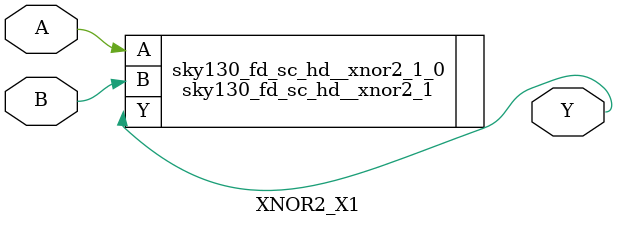
<source format=v>

`timescale 1ns / 1ps

//----- Default net type -----
`default_nettype wire


module MUX2_X1(A0, A1, S, Y);
    input A0;
    input A1;
    input S;
    output Y;
    sky130_fd_sc_hd__mux2_1 MUX2_X1 ( .A0(A0), .A1(A1), .S(S), .X(Y));
endmodule

module AND2_X1(A, B, Y);
    input A;
    input B;
    output Y;
    sky130_fd_sc_hd__and2_1 AND (.A(A), .B(B), .X(Y));
endmodule

module OR2_X1(A, B, Y);
    input A;
    input B;
    output Y;
    sky130_fd_sc_hd__or2_1 OR (.A(A), .B(B), .X(Y));
endmodule

module BUF_X1(A, Y);
    input A;
    output Y;
    sky130_fd_sc_hd__buf_1 BUF (.A(A), .X(Y));
endmodule

module BUF_X2(A, Y);
    input A;
    output Y;
    sky130_fd_sc_hd__buf_2 BUF (.A(A), .X(Y));
endmodule

module BUF_X4(A, Y);
    input A;
    output Y;
    sky130_fd_sc_hd__buf_4 BUF (.A(A), .X(Y));
endmodule

module BUF_X8(A, Y);
    input A;
    output Y;
    sky130_fd_sc_hd__buf_8 BUF (.A(A), .X(Y));
endmodule

module BUFCLK_X1(A, Y);
    input A;
    output Y;
    sky130_fd_sc_hd__clkbuf_1 BUF (.A(A), .X(Y));
endmodule

module BUFCLK_X2(A, Y);
    input A;
    output Y;
    sky130_fd_sc_hd__clkbuf_2 BUF (.A(A), .X(Y));
endmodule

module BUFCLK_X4(A, Y);
    input A;
    output Y;
    sky130_fd_sc_hd__clkbuf_4 BUF (.A(A), .X(Y));
endmodule

module BUFCLK_X8(A, Y);
    input A;
    output Y;
    sky130_fd_sc_hd__clkbuf_8 BUF (.A(A), .X(Y));
endmodule

module DFFRQ(RST, CK, D, Q);
    input RST, CK, D;
    output Q;
    sky130_fd_sc_hd__dfrtp_1 sky130_fd_sc_hd__dfrtp_1_0_ (.RESET_B(RST),
		.CLK(CK), .D(D), .Q(Q));
endmodule

module SDFFRQ(SE, D, SI, RST, CK, Q);
    input SE, D, SI, RST, CK;
    output Q;
    sky130_fd_sc_hd__sdfrtp_1 sky130_fd_sc_hd__sdfrtp_1_0 (.Q(Q), .CLK(CK),
            .SCE(SE), .SCD(SI), .RESET_B(RST), .D(D));
endmodule

module SDFBBP (Q, Q_N, D, SCD, SCE, CLK, SET_B, RESET_B);
    input  D, SCD, SCE, CLK, SET_B, RESET_B;
        output Q, Q_N;
    sky130_fd_sc_hd__sdfbbp_1 sky130_fd_sc_hd__sdfbbp_1_0 (.Q(Q), .Q_N(Q_N), .D(D), .SCD(SCD), .SCE(SCE), .CLK(CLK), .SET_B(SET_B), .RESET_B(RESET_B));
endmodule

module CARRY_MUX2(A0, A1, S, Y);
    input A0, A1, S;
    output Y;
    sky130_fd_sc_hd__mux2_1 MUX2_X0 ( .A0(A0), .A1(A1), .S(S), .X(Y));
endmodule

module NAND2_X1(A, B, Y);
    input A, B;
    output Y;
    sky130_fd_sc_hd__nand2_1 sky130_fd_sc_hd__nand2_1_0 (.A(A), .B(B), .Y(Y));
endmodule

module INV_X1(A, Y);
    input A;
    output Y;
    sky130_fd_sc_hd__inv_1 sky130_fd_sc_hd__inv_1_0 (.A(A), .Y(Y));
endmodule

module XNOR2_X1(A, B, Y);
    input A, B;
    output Y;
    sky130_fd_sc_hd__xnor2_1 sky130_fd_sc_hd__xnor2_1_0 (.A(A), .B(B), .Y(Y));
endmodule

</source>
